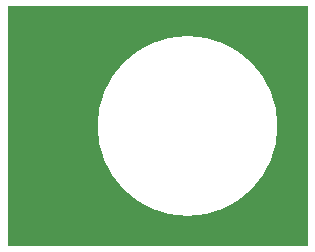
<source format=gbr>
%FSLAX33Y33*%%MOIN*%%ADD10R,1.0X0.5*%G75*G36*X200Y1000D02*G01X1200D01*G01Y200D01*G01X200D01*G01Y600D01*G01X500D01*G03X500Y600I300J0D01*G01X200D01*G01Y1000D01*G37*M02*
</source>
